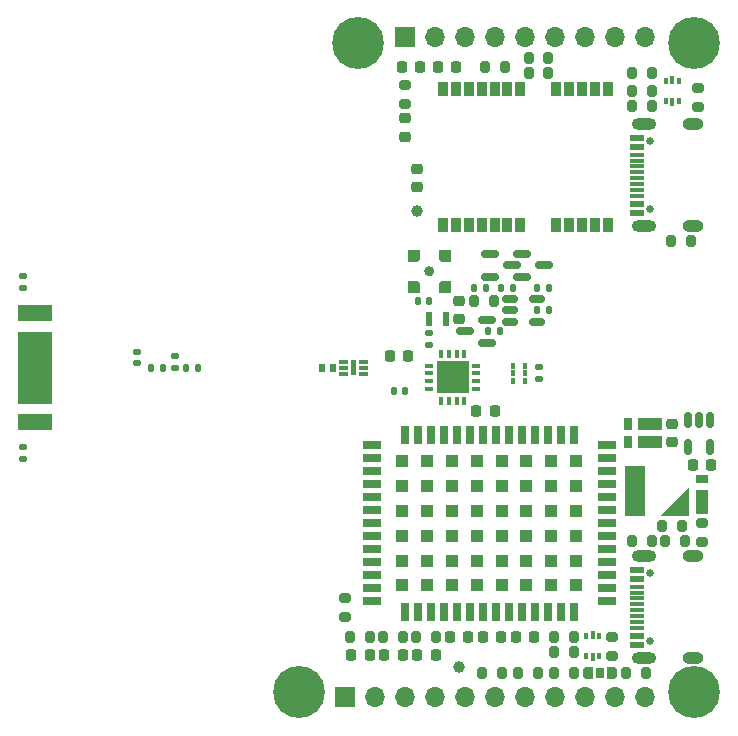
<source format=gts>
G04 #@! TF.GenerationSoftware,KiCad,Pcbnew,(6.0.9)*
G04 #@! TF.CreationDate,2023-11-11T19:45:23+09:00*
G04 #@! TF.ProjectId,CLAS_Combo_Breakout,434c4153-5f43-46f6-9d62-6f5f42726561,rev?*
G04 #@! TF.SameCoordinates,Original*
G04 #@! TF.FileFunction,Soldermask,Top*
G04 #@! TF.FilePolarity,Negative*
%FSLAX46Y46*%
G04 Gerber Fmt 4.6, Leading zero omitted, Abs format (unit mm)*
G04 Created by KiCad (PCBNEW (6.0.9)) date 2023-11-11 19:45:23*
%MOMM*%
%LPD*%
G01*
G04 APERTURE LIST*
G04 Aperture macros list*
%AMRoundRect*
0 Rectangle with rounded corners*
0 $1 Rounding radius*
0 $2 $3 $4 $5 $6 $7 $8 $9 X,Y pos of 4 corners*
0 Add a 4 corners polygon primitive as box body*
4,1,4,$2,$3,$4,$5,$6,$7,$8,$9,$2,$3,0*
0 Add four circle primitives for the rounded corners*
1,1,$1+$1,$2,$3*
1,1,$1+$1,$4,$5*
1,1,$1+$1,$6,$7*
1,1,$1+$1,$8,$9*
0 Add four rect primitives between the rounded corners*
20,1,$1+$1,$2,$3,$4,$5,0*
20,1,$1+$1,$4,$5,$6,$7,0*
20,1,$1+$1,$6,$7,$8,$9,0*
20,1,$1+$1,$8,$9,$2,$3,0*%
%AMOutline5P*
0 Free polygon, 5 corners , with rotation*
0 The origin of the aperture is its center*
0 number of corners: always 5*
0 $1 to $10 corner X, Y*
0 $11 Rotation angle, in degrees counterclockwise*
0 create outline with 5 corners*
4,1,5,$1,$2,$3,$4,$5,$6,$7,$8,$9,$10,$1,$2,$11*%
%AMOutline6P*
0 Free polygon, 6 corners , with rotation*
0 The origin of the aperture is its center*
0 number of corners: always 6*
0 $1 to $12 corner X, Y*
0 $13 Rotation angle, in degrees counterclockwise*
0 create outline with 6 corners*
4,1,6,$1,$2,$3,$4,$5,$6,$7,$8,$9,$10,$11,$12,$1,$2,$13*%
%AMOutline7P*
0 Free polygon, 7 corners , with rotation*
0 The origin of the aperture is its center*
0 number of corners: always 7*
0 $1 to $14 corner X, Y*
0 $15 Rotation angle, in degrees counterclockwise*
0 create outline with 7 corners*
4,1,7,$1,$2,$3,$4,$5,$6,$7,$8,$9,$10,$11,$12,$13,$14,$1,$2,$15*%
%AMOutline8P*
0 Free polygon, 8 corners , with rotation*
0 The origin of the aperture is its center*
0 number of corners: always 8*
0 $1 to $16 corner X, Y*
0 $17 Rotation angle, in degrees counterclockwise*
0 create outline with 8 corners*
4,1,8,$1,$2,$3,$4,$5,$6,$7,$8,$9,$10,$11,$12,$13,$14,$15,$16,$1,$2,$17*%
%AMFreePoly0*
4,1,13,-0.400000,0.275000,-0.384776,0.351537,-0.341421,0.416421,-0.276537,0.459776,-0.200000,0.475000,0.400000,0.475000,0.400000,-0.475000,-0.200000,-0.475000,-0.276537,-0.459776,-0.341421,-0.416421,-0.384776,-0.351537,-0.400000,-0.275000,-0.400000,0.275000,-0.400000,0.275000,$1*%
%AMFreePoly1*
4,1,13,-0.400000,0.475000,0.200000,0.475000,0.276537,0.459776,0.341421,0.416421,0.384776,0.351537,0.400000,0.275000,0.400000,-0.275000,0.384776,-0.351537,0.341421,-0.416421,0.276537,-0.459776,0.200000,-0.475000,-0.400000,-0.475000,-0.400000,0.475000,-0.400000,0.475000,$1*%
G04 Aperture macros list end*
%ADD10C,0.445000*%
%ADD11RoundRect,0.200000X-0.200000X-0.275000X0.200000X-0.275000X0.200000X0.275000X-0.200000X0.275000X0*%
%ADD12RoundRect,0.200000X0.200000X0.275000X-0.200000X0.275000X-0.200000X-0.275000X0.200000X-0.275000X0*%
%ADD13RoundRect,0.135000X-0.135000X-0.185000X0.135000X-0.185000X0.135000X0.185000X-0.135000X0.185000X0*%
%ADD14RoundRect,0.140000X-0.140000X-0.170000X0.140000X-0.170000X0.140000X0.170000X-0.140000X0.170000X0*%
%ADD15RoundRect,0.218750X0.218750X0.256250X-0.218750X0.256250X-0.218750X-0.256250X0.218750X-0.256250X0*%
%ADD16RoundRect,0.200000X-0.275000X0.200000X-0.275000X-0.200000X0.275000X-0.200000X0.275000X0.200000X0*%
%ADD17RoundRect,0.150000X0.587500X0.150000X-0.587500X0.150000X-0.587500X-0.150000X0.587500X-0.150000X0*%
%ADD18C,0.650000*%
%ADD19R,1.160000X0.600000*%
%ADD20R,1.160000X0.300000*%
%ADD21O,1.800000X1.000000*%
%ADD22O,2.100000X1.000000*%
%ADD23RoundRect,0.135000X0.185000X-0.135000X0.185000X0.135000X-0.185000X0.135000X-0.185000X-0.135000X0*%
%ADD24R,1.700000X1.700000*%
%ADD25O,1.700000X1.700000*%
%ADD26R,0.570000X1.150000*%
%ADD27RoundRect,0.225000X0.225000X0.250000X-0.225000X0.250000X-0.225000X-0.250000X0.225000X-0.250000X0*%
%ADD28R,2.000000X1.100000*%
%ADD29R,0.800000X1.100000*%
%ADD30RoundRect,0.040000X-0.165000X-0.205000X0.165000X-0.205000X0.165000X0.205000X-0.165000X0.205000X0*%
%ADD31RoundRect,0.135000X0.135000X0.185000X-0.135000X0.185000X-0.135000X-0.185000X0.135000X-0.185000X0*%
%ADD32Outline5P,-0.470000X0.470000X0.340000X0.470000X0.470000X0.340000X0.470000X-0.470000X-0.470000X-0.470000X90.000000*%
%ADD33Outline5P,-0.470000X0.340000X-0.340000X0.470000X0.470000X0.470000X0.470000X-0.470000X-0.470000X-0.470000X90.000000*%
%ADD34Outline5P,-0.470000X0.470000X0.470000X0.470000X0.470000X-0.340000X0.340000X-0.470000X-0.470000X-0.470000X90.000000*%
%ADD35Outline5P,-0.470000X0.470000X0.470000X0.470000X0.470000X-0.470000X-0.340000X-0.470000X-0.470000X-0.340000X90.000000*%
%ADD36R,0.375000X0.500000*%
%ADD37R,0.300000X0.650000*%
%ADD38RoundRect,0.140000X0.170000X-0.140000X0.170000X0.140000X-0.170000X0.140000X-0.170000X-0.140000X0*%
%ADD39RoundRect,0.150000X-0.512500X-0.150000X0.512500X-0.150000X0.512500X0.150000X-0.512500X0.150000X0*%
%ADD40RoundRect,0.200000X0.275000X-0.200000X0.275000X0.200000X-0.275000X0.200000X-0.275000X-0.200000X0*%
%ADD41RoundRect,0.225000X-0.225000X-0.250000X0.225000X-0.250000X0.225000X0.250000X-0.225000X0.250000X0*%
%ADD42R,0.838200X1.295400*%
%ADD43RoundRect,0.225000X-0.250000X0.225000X-0.250000X-0.225000X0.250000X-0.225000X0.250000X0.225000X0*%
%ADD44RoundRect,0.135000X-0.185000X0.135000X-0.185000X-0.135000X0.185000X-0.135000X0.185000X0.135000X0*%
%ADD45C,1.000000*%
%ADD46R,2.900000X6.100000*%
%ADD47R,2.900000X1.350000*%
%ADD48R,0.800000X1.500000*%
%ADD49R,1.500000X0.800000*%
%ADD50R,1.100000X1.100000*%
%ADD51R,0.800000X0.350000*%
%ADD52R,0.350000X0.800000*%
%ADD53R,2.800000X2.800000*%
%ADD54RoundRect,0.150000X-0.150000X0.512500X-0.150000X-0.512500X0.150000X-0.512500X0.150000X0.512500X0*%
%ADD55R,1.700000X4.200000*%
%ADD56RoundRect,0.150000X-0.587500X-0.150000X0.587500X-0.150000X0.587500X0.150000X-0.587500X0.150000X0*%
%ADD57RoundRect,0.147500X-0.147500X-0.172500X0.147500X-0.172500X0.147500X0.172500X-0.147500X0.172500X0*%
%ADD58C,0.700000*%
%ADD59C,4.400000*%
%ADD60RoundRect,0.140000X-0.170000X0.140000X-0.170000X-0.140000X0.170000X-0.140000X0.170000X0.140000X0*%
%ADD61R,1.100000X2.000000*%
%ADD62R,1.100000X0.800000*%
%ADD63R,0.500000X0.660000*%
%ADD64RoundRect,0.218750X0.256250X-0.218750X0.256250X0.218750X-0.256250X0.218750X-0.256250X-0.218750X0*%
%ADD65FreePoly0,0.000000*%
%ADD66R,0.800000X0.950000*%
%ADD67FreePoly1,0.000000*%
%ADD68RoundRect,0.140000X0.140000X0.170000X-0.140000X0.170000X-0.140000X-0.170000X0.140000X-0.170000X0*%
G04 APERTURE END LIST*
D10*
X135274500Y-111844000D02*
G75*
G03*
X135274500Y-111844000I-222500J0D01*
G01*
G36*
X157061000Y-132583000D02*
G01*
X154575645Y-132583000D01*
X157061000Y-130097645D01*
X157061000Y-132583000D01*
G37*
G36*
X129089000Y-119675000D02*
G01*
X129839000Y-119675000D01*
X129839000Y-119325000D01*
X129089000Y-119325000D01*
X129089000Y-119675000D01*
G37*
G36*
X127439000Y-120675000D02*
G01*
X128189000Y-120675000D01*
X128189000Y-120325000D01*
X127439000Y-120325000D01*
X127439000Y-120675000D01*
G37*
G36*
X128389000Y-120630000D02*
G01*
X128889000Y-120630000D01*
X128889000Y-119370000D01*
X128389000Y-119370000D01*
X128389000Y-120630000D01*
G37*
G36*
X129089000Y-120675000D02*
G01*
X129839000Y-120675000D01*
X129839000Y-120325000D01*
X129089000Y-120325000D01*
X129089000Y-120675000D01*
G37*
G36*
X127439000Y-120175000D02*
G01*
X128189000Y-120175000D01*
X128189000Y-119825000D01*
X127439000Y-119825000D01*
X127439000Y-120175000D01*
G37*
G36*
X129089000Y-120175000D02*
G01*
X129839000Y-120175000D01*
X129839000Y-119825000D01*
X129089000Y-119825000D01*
X129089000Y-120175000D01*
G37*
G36*
X127439000Y-119675000D02*
G01*
X128189000Y-119675000D01*
X128189000Y-119325000D01*
X127439000Y-119325000D01*
X127439000Y-119675000D01*
G37*
D11*
X139815000Y-94572000D03*
X141465000Y-94572000D03*
X155055000Y-134704000D03*
X156705000Y-134704000D03*
D12*
X140512000Y-114384000D03*
X138862000Y-114384000D03*
D13*
X144194000Y-115146000D03*
X145214000Y-115146000D03*
D14*
X111520000Y-120000000D03*
X112480000Y-120000000D03*
D15*
X129997500Y-144356000D03*
X128422500Y-144356000D03*
D16*
X157785000Y-96287000D03*
X157785000Y-97937000D03*
D17*
X139926500Y-117874000D03*
X139926500Y-115974000D03*
X138051500Y-116924000D03*
D18*
X153720000Y-143182000D03*
X153720000Y-137402000D03*
D19*
X152655000Y-143492000D03*
X152655000Y-142692000D03*
D20*
X152655000Y-141542000D03*
X152655000Y-140542000D03*
X152655000Y-140042000D03*
X152655000Y-139042000D03*
D19*
X152655000Y-137892000D03*
X152655000Y-137092000D03*
X152655000Y-137092000D03*
X152655000Y-137892000D03*
D20*
X152655000Y-138542000D03*
X152655000Y-139542000D03*
X152655000Y-141042000D03*
X152655000Y-142042000D03*
D19*
X152655000Y-142692000D03*
X152655000Y-143492000D03*
D21*
X157400000Y-135972000D03*
X157400000Y-144612000D03*
D22*
X153220000Y-135972000D03*
X153220000Y-144612000D03*
D12*
X147307000Y-144102000D03*
X145657000Y-144102000D03*
D23*
X144323000Y-120990000D03*
X144323000Y-119970000D03*
D24*
X127940000Y-147912000D03*
D25*
X130480000Y-147912000D03*
X133020000Y-147912000D03*
X135560000Y-147912000D03*
X138100000Y-147912000D03*
X140640000Y-147912000D03*
X143180000Y-147912000D03*
X145720000Y-147912000D03*
X148260000Y-147912000D03*
X150800000Y-147912000D03*
X153340000Y-147912000D03*
D26*
X136482000Y-115908000D03*
X135052000Y-115908000D03*
D11*
X154801000Y-133434000D03*
X156451000Y-133434000D03*
D12*
X147307000Y-142832000D03*
X145657000Y-142832000D03*
D27*
X134303000Y-94572000D03*
X132753000Y-94572000D03*
D28*
X153782000Y-124798000D03*
D29*
X151882000Y-124798000D03*
D30*
X142176900Y-119820001D03*
X142176900Y-120480000D03*
X142176900Y-121139999D03*
X143167100Y-121139999D03*
X143167100Y-120480000D03*
X143167100Y-119820001D03*
D12*
X145148000Y-93810000D03*
X143498000Y-93810000D03*
D13*
X141146000Y-113241000D03*
X142166000Y-113241000D03*
D31*
X145214000Y-113241000D03*
X144194000Y-113241000D03*
D32*
X136372000Y-113164000D03*
D33*
X136372000Y-110524000D03*
D34*
X133732000Y-113164000D03*
D35*
X133732000Y-110524000D03*
D15*
X135585500Y-144356000D03*
X134010500Y-144356000D03*
D27*
X137351000Y-94572000D03*
X135801000Y-94572000D03*
D36*
X148357500Y-144444000D03*
D37*
X148895000Y-144519000D03*
D36*
X149432500Y-144444000D03*
X149432500Y-142744000D03*
D37*
X148895000Y-142669000D03*
D36*
X148357500Y-142744000D03*
D38*
X113500000Y-120000000D03*
X113500000Y-119040000D03*
D39*
X141915500Y-114196000D03*
X141915500Y-115146000D03*
X141915500Y-116096000D03*
X144190500Y-116096000D03*
X144190500Y-114196000D03*
D40*
X127940000Y-141117000D03*
X127940000Y-139467000D03*
D41*
X131737000Y-118984000D03*
X133287000Y-118984000D03*
D42*
X136179999Y-107945100D03*
X137280000Y-107945100D03*
X138380000Y-107945100D03*
X139480000Y-107945100D03*
X140580001Y-107945100D03*
X141680001Y-107945100D03*
X142779999Y-107945100D03*
X145779999Y-107945100D03*
X146880000Y-107945100D03*
X147980000Y-107945100D03*
X149080000Y-107945100D03*
X150180001Y-107945100D03*
X150180001Y-96438900D03*
X149080000Y-96438900D03*
X147980000Y-96438900D03*
X146880000Y-96438900D03*
X145779999Y-96438900D03*
X142779999Y-96438900D03*
X141680001Y-96438900D03*
X140580001Y-96438900D03*
X139480000Y-96438900D03*
X138380000Y-96438900D03*
X137280000Y-96438900D03*
X136179999Y-96438900D03*
D43*
X134036000Y-103195000D03*
X134036000Y-104745000D03*
D44*
X100700000Y-126750000D03*
X100700000Y-127770000D03*
D23*
X100700000Y-113250000D03*
X100700000Y-112230000D03*
D45*
X137592000Y-145372000D03*
D46*
X101650000Y-120000000D03*
D47*
X101650000Y-124625000D03*
X101650000Y-115375000D03*
D48*
X147282000Y-125680000D03*
X146182000Y-125680000D03*
X145082000Y-125680000D03*
X143982000Y-125680000D03*
X142882000Y-125680000D03*
X141782000Y-125680000D03*
X140682000Y-125680000D03*
X139582000Y-125680000D03*
X138482000Y-125680000D03*
X137382000Y-125680000D03*
X136282000Y-125680000D03*
X135182000Y-125680000D03*
X134082000Y-125680000D03*
X132982000Y-125680000D03*
D49*
X130182000Y-126580000D03*
X130182000Y-127680000D03*
X130182000Y-128780000D03*
X130182000Y-129880000D03*
X130182000Y-130980000D03*
X130182000Y-132080000D03*
X130182000Y-133180000D03*
X130182000Y-134280000D03*
X130182000Y-135380000D03*
X130182000Y-136480000D03*
X130182000Y-137580000D03*
X130182000Y-138680000D03*
X130182000Y-139780000D03*
D48*
X132982000Y-140680000D03*
X134082000Y-140680000D03*
X135182000Y-140680000D03*
X136282000Y-140680000D03*
X137382000Y-140680000D03*
X138482000Y-140680000D03*
X139582000Y-140680000D03*
X140682000Y-140680000D03*
X141782000Y-140680000D03*
X142882000Y-140680000D03*
X143982000Y-140680000D03*
X145082000Y-140680000D03*
X146182000Y-140680000D03*
X147282000Y-140680000D03*
D49*
X150082000Y-139780000D03*
X150082000Y-138680000D03*
X150082000Y-137580000D03*
X150082000Y-136480000D03*
X150082000Y-135380000D03*
X150082000Y-134280000D03*
X150082000Y-133180000D03*
X150082000Y-132080000D03*
X150082000Y-130980000D03*
X150082000Y-129880000D03*
X150082000Y-128780000D03*
X150082000Y-127680000D03*
X150082000Y-126580000D03*
D50*
X145382000Y-138430000D03*
X141182000Y-127930000D03*
X139082000Y-130030000D03*
X145382000Y-132130000D03*
X147482000Y-134230000D03*
X139082000Y-132130000D03*
X143282000Y-136330000D03*
X134882000Y-138430000D03*
X134882000Y-132130000D03*
X132782000Y-132130000D03*
X143282000Y-134230000D03*
X143282000Y-138430000D03*
X147482000Y-127930000D03*
X132782000Y-134230000D03*
X147482000Y-132130000D03*
X132782000Y-136330000D03*
X145382000Y-134230000D03*
X147482000Y-136330000D03*
X136982000Y-138430000D03*
X134882000Y-127930000D03*
X139082000Y-127930000D03*
X145382000Y-130030000D03*
X139082000Y-138430000D03*
X147482000Y-138430000D03*
X145382000Y-136330000D03*
X145382000Y-127930000D03*
X132782000Y-127930000D03*
X132782000Y-138430000D03*
X143282000Y-132130000D03*
X134882000Y-136330000D03*
X136982000Y-127930000D03*
X141182000Y-132130000D03*
X141182000Y-136330000D03*
X147482000Y-130030000D03*
X141182000Y-134230000D03*
X134882000Y-130030000D03*
X141182000Y-130030000D03*
X139082000Y-134230000D03*
X143282000Y-130030000D03*
X134882000Y-134230000D03*
X141182000Y-138430000D03*
X136982000Y-130030000D03*
X132782000Y-130030000D03*
X139082000Y-136330000D03*
X136982000Y-134230000D03*
X136982000Y-136330000D03*
X136982000Y-132130000D03*
X143282000Y-127930000D03*
D51*
X139052000Y-121780000D03*
X139052000Y-121130000D03*
X139052000Y-120480000D03*
X139052000Y-119830000D03*
D52*
X138027000Y-118805000D03*
X137377000Y-118805000D03*
X136727000Y-118805000D03*
X136077000Y-118805000D03*
D51*
X135052000Y-119830000D03*
X135052000Y-120480000D03*
X135052000Y-121130000D03*
X135052000Y-121780000D03*
D52*
X136077000Y-122805000D03*
X136727000Y-122805000D03*
X137377000Y-122805000D03*
X138027000Y-122805000D03*
D53*
X137052000Y-120805000D03*
D28*
X153782000Y-126322000D03*
D29*
X151882000Y-126322000D03*
D12*
X141211000Y-145880000D03*
X139561000Y-145880000D03*
D54*
X158862000Y-124422500D03*
X157912000Y-124422500D03*
X156962000Y-124422500D03*
X156962000Y-126697500D03*
X158862000Y-126697500D03*
D55*
X152506000Y-130478000D03*
D12*
X132829000Y-142832000D03*
X131179000Y-142832000D03*
X153911000Y-97874000D03*
X152261000Y-97874000D03*
D56*
X140210500Y-110386000D03*
X140210500Y-112286000D03*
X142085500Y-111336000D03*
D16*
X150546000Y-142769000D03*
X150546000Y-144419000D03*
D57*
X134082000Y-114384000D03*
X135052000Y-114384000D03*
D41*
X139052000Y-123655000D03*
X140602000Y-123655000D03*
D13*
X138862000Y-113241000D03*
X139882000Y-113241000D03*
D58*
X158666726Y-148666726D03*
X158666726Y-146333274D03*
X156333274Y-148666726D03*
X157500000Y-145850000D03*
D59*
X157500000Y-147500000D03*
D58*
X157500000Y-149150000D03*
X159150000Y-147500000D03*
X155850000Y-147500000D03*
X156333274Y-146333274D03*
D12*
X145148000Y-95080000D03*
X143498000Y-95080000D03*
D24*
X133020000Y-92032000D03*
D25*
X135560000Y-92032000D03*
X138100000Y-92032000D03*
X140640000Y-92032000D03*
X143180000Y-92032000D03*
X145720000Y-92032000D03*
X148260000Y-92032000D03*
X150800000Y-92032000D03*
X153340000Y-92032000D03*
D11*
X152261000Y-96604000D03*
X153911000Y-96604000D03*
D58*
X127350000Y-92500000D03*
X130166726Y-91333274D03*
X127833274Y-93666726D03*
X129000000Y-94150000D03*
X130650000Y-92500000D03*
X127833274Y-91333274D03*
X130166726Y-93666726D03*
D59*
X129000000Y-92500000D03*
D58*
X129000000Y-90850000D03*
D18*
X153720000Y-106606000D03*
X153720000Y-100826000D03*
D19*
X152655000Y-106916000D03*
X152655000Y-106116000D03*
D20*
X152655000Y-104966000D03*
X152655000Y-103966000D03*
X152655000Y-103466000D03*
X152655000Y-102466000D03*
D19*
X152655000Y-101316000D03*
X152655000Y-100516000D03*
X152655000Y-100516000D03*
X152655000Y-101316000D03*
D20*
X152655000Y-101966000D03*
X152655000Y-102966000D03*
X152655000Y-104466000D03*
X152655000Y-105466000D03*
D19*
X152655000Y-106116000D03*
X152655000Y-106916000D03*
D21*
X157400000Y-99396000D03*
X157400000Y-108036000D03*
D22*
X153220000Y-108036000D03*
X153220000Y-99396000D03*
D27*
X138367000Y-142832000D03*
X136817000Y-142832000D03*
D12*
X130035000Y-142832000D03*
X128385000Y-142832000D03*
D60*
X135052000Y-117079000D03*
X135052000Y-118039000D03*
D12*
X147307000Y-145880000D03*
X145657000Y-145880000D03*
D43*
X137592000Y-114358000D03*
X137592000Y-115908000D03*
X155626000Y-124785000D03*
X155626000Y-126335000D03*
D11*
X152261000Y-95080000D03*
X153911000Y-95080000D03*
D56*
X142877500Y-110386000D03*
X142877500Y-112286000D03*
X144752500Y-111336000D03*
D41*
X142405000Y-142832000D03*
X143955000Y-142832000D03*
D13*
X140003000Y-116924000D03*
X141023000Y-116924000D03*
X114490000Y-120000000D03*
X115510000Y-120000000D03*
D41*
X157391000Y-128227000D03*
X158941000Y-128227000D03*
D15*
X132791500Y-144356000D03*
X131216500Y-144356000D03*
D12*
X144259000Y-145880000D03*
X142609000Y-145880000D03*
D61*
X158166000Y-131336000D03*
D62*
X158166000Y-129436000D03*
D58*
X155850000Y-92500000D03*
X156333274Y-93666726D03*
X158666726Y-91333274D03*
X156333274Y-91333274D03*
D59*
X157500000Y-92500000D03*
D58*
X157500000Y-94150000D03*
X158666726Y-93666726D03*
X159150000Y-92500000D03*
X157500000Y-90850000D03*
D41*
X139611000Y-142832000D03*
X141161000Y-142832000D03*
D63*
X125966000Y-120000000D03*
X126866000Y-120000000D03*
D38*
X110310000Y-119630000D03*
X110310000Y-118670000D03*
D59*
X124000000Y-147500000D03*
D58*
X125166726Y-146333274D03*
X124000000Y-145850000D03*
X125650000Y-147500000D03*
X124000000Y-149150000D03*
X122833274Y-148666726D03*
X122833274Y-146333274D03*
X122350000Y-147500000D03*
X125166726Y-148666726D03*
D11*
X152261000Y-134704000D03*
X153911000Y-134704000D03*
D16*
X133020000Y-96033000D03*
X133020000Y-97683000D03*
D45*
X134036000Y-106764000D03*
D36*
X156163500Y-95754000D03*
D37*
X155626000Y-95679000D03*
D36*
X155088500Y-95754000D03*
X155088500Y-97454000D03*
D37*
X155626000Y-97529000D03*
D36*
X156163500Y-97454000D03*
D11*
X155563000Y-109304000D03*
X157213000Y-109304000D03*
D12*
X135623000Y-142832000D03*
X133973000Y-142832000D03*
D64*
X133020000Y-100439500D03*
X133020000Y-98864500D03*
D65*
X148514000Y-145880000D03*
D66*
X149530000Y-145880000D03*
D67*
X150546000Y-145880000D03*
D16*
X158166000Y-133117000D03*
X158166000Y-134767000D03*
D11*
X151753000Y-145880000D03*
X153403000Y-145880000D03*
D68*
X132992000Y-121944000D03*
X132032000Y-121944000D03*
M02*

</source>
